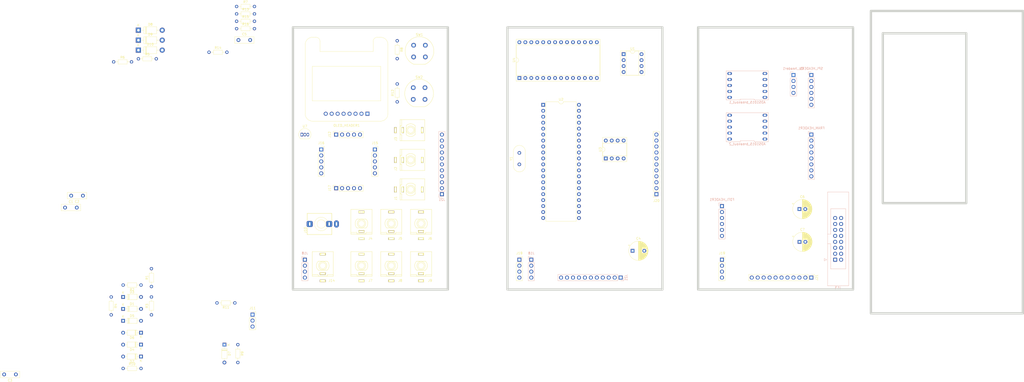
<source format=kicad_pcb>
(kicad_pcb (version 20171130) (host pcbnew "(5.1.6)-1")
  (layers (0 F.Cu signal) (31 B.Cu signal) (34 B.Paste user) (35 F.Paste user) (36 B.SilkS user) (37 F.SilkS user) (38 B.Mask user) (39 F.Mask user) (44 Edge.Cuts user))
  (net 0 "")
  (net 1 SID_D7)
  (net 2 SID_A2)
  (net 3 SID_D6)
  (net 4 SID_CLOCK)
  (net 5 SID_D5)
  (net 6 "Net-(U2-Pad18)")
  (net 7 SID_D4)
  (net 8 SID_A1)
  (net 9 SID_D3)
  (net 10 SID_A0)
  (net 11 SID_D2)
  (net 12 MIDI_TX)
  (net 13 SID_D1)
  (net 14 MIDI_RX)
  (net 15 SID_D0)
  (net 16 "Net-(C1-Pad2)")
  (net 17 +5V)
  (net 18 "Net-(C2-Pad1)")
  (net 19 GND)
  (net 20 BUTTON_A)
  (net 21 SPI_SCK)
  (net 22 SPI_MISO)
  (net 23 SPI_MOSI)
  (net 24 SPI_SS)
  (net 25 SID_A4)
  (net 26 SID_RESET)
  (net 27 i2c_SDA)
  (net 28 "Net-(U2-Pad3)")
  (net 29 i2c_SCL)
  (net 30 SID_CS)
  (net 31 SID_A3)
  (net 32 SID_RW)
  (net 33 INPUT_C)
  (net 34 INPUT_B)
  (net 35 INPUT_A)
  (net 36 INPUT_F)
  (net 37 INPUT_E)
  (net 38 INPUT_D)
  (net 39 3.3v)
  (net 40 "Net-(C3-Pad2)")
  (net 41 "Net-(D1-Pad2)")
  (net 42 "Net-(D3-Pad2)")
  (net 43 "Net-(D5-Pad2)")
  (net 44 Gate_1_IN)
  (net 45 Gate_2_IN)
  (net 46 Gate_3_IN)
  (net 47 SID_AUDIO_OUT)
  (net 48 "Net-(SW1-Pad2)")
  (net 49 "Net-(SW1-Pad1)")
  (net 50 -12V)
  (net 51 +12V)
  (net 52 "Net-(D7-Pad2)")
  (net 53 "Net-(D7-Pad1)")
  (net 54 "Net-(FDTI_HEADER1-Pad5)")
  (net 55 "Net-(FRAM_HEADER1-Pad6)")
  (net 56 "Net-(FRAM_HEADER1-Pad3)")
  (net 57 "Net-(FRAM_HEADER1-Pad2)")
  (net 58 "Net-(FRAM_HEADER1-Pad1)")
  (net 59 "Net-(J10-PadR)")
  (net 60 "Net-(R10-Pad2)")
  (net 61 MIDI_ATMEGA_RX)
  (net 62 "Net-(U1-Pad4)")
  (net 63 "Net-(U1-Pad1)")
  (net 64 "Net-(U4-Pad26)")
  (net 65 "Net-(U4-Pad24)")
  (net 66 "Net-(U4-Pad23)")
  (net 67 "Net-(U4-Pad4)")
  (net 68 "Net-(U4-Pad3)")
  (net 69 "Net-(U4-Pad2)")
  (net 70 "Net-(U4-Pad1)")
  (net 71 "Net-(J12-Pad5)")
  (net 72 "Net-(C3-Pad1)")
  (net 73 "Net-(ADS1015_breakout_1-Pad4)")
  (net 74 "Net-(ADS1015_breakout_2-Pad4)")
  (net 75 BUTTON_B)
  (net 76 "Net-(SW2-Pad2)")
  (net 77 "Net-(SW2-Pad1)")
  (net 78 "Net-(J15-Pad5)")
  (net 79 "Net-(J16-Pad5)")
  (net 80 "Net-(J17-Pad5)")
  (net 81 "Net-(C4-Pad2)")
  (net 82 "Net-(C5-Pad2)")
  (net 83 "Net-(D8-Pad2)")
  (net 84 "Net-(D8-Pad1)")
  (net 85 "Net-(D9-Pad2)")
  (net 86 "Net-(D9-Pad1)")
  (net 87 "Net-(D10-Pad2)")
  (net 88 "Net-(J13-Pad15)")
  (net 89 "Net-(J13-Pad13)")
  (net 90 JACK_OUT)
  (net 91 "Net-(R13-Pad1)")
  (net 92 "Net-(R13-Pad2)")
  (net 93 "Net-(U3-Pad4)")
  (module Connector_PinHeader_2.54mm:PinHeader_1x11_P2.54mm_Vertical (layer B.Cu) (at 289.56 132.08 90)
    (fp_text reference J21 (at 0 2.33 90) (layer B.SilkS) (effects (justify mirror)))
    (fp_text value Conn_01x11_Male)
    (pad 1 thru_hole rect (at 0 0 90) (size 1.7 1.7) (drill 1) (layers *.Cu *.Mask) (net 90 JACK_OUT))
    (pad 2 thru_hole oval (at 0 -2.54 90) (size 1.7 1.7) (drill 1) (layers *.Cu *.Mask) (net 44 Gate_1_IN))
    (pad 3 thru_hole oval (at 0 -5.08 90) (size 1.7 1.7) (drill 1) (layers *.Cu *.Mask) (net 45 Gate_2_IN))
    (pad 4 thru_hole oval (at 0 -7.62 90) (size 1.7 1.7) (drill 1) (layers *.Cu *.Mask) (net 46 Gate_3_IN))
    (pad 5 thru_hole oval (at 0 -10.16 90) (size 1.7 1.7) (drill 1) (layers *.Cu *.Mask) (net 35 INPUT_A))
    (pad 6 thru_hole oval (at 0 -12.7 90) (size 1.7 1.7) (drill 1) (layers *.Cu *.Mask) (net 34 INPUT_B))
    (pad 7 thru_hole oval (at 0 -15.24 90) (size 1.7 1.7) (drill 1) (layers *.Cu *.Mask) (net 33 INPUT_C))
    (pad 8 thru_hole oval (at 0 -17.78 90) (size 1.7 1.7) (drill 1) (layers *.Cu *.Mask) (net 38 INPUT_D))
    (pad 9 thru_hole oval (at 0 -20.32 90) (size 1.7 1.7) (drill 1) (layers *.Cu *.Mask) (net 37 INPUT_E))
    (pad 10 thru_hole oval (at 0 -22.86 90) (size 1.7 1.7) (drill 1) (layers *.Cu *.Mask) (net 36 INPUT_F))
    (pad 11 thru_hole oval (at 0 -25.4 90) (size 1.7 1.7) (drill 1) (layers *.Cu *.Mask) (net 19 GND))
  )
  (module Connector_PinHeader_2.54mm:PinHeader_1x11_P2.54mm_Vertical (layer F.Cu) (at 370.84 132.08 270)
    (fp_text reference J21 (at 0 -2.33 270) (layer F.SilkS))
    (fp_text value Conn_01x11_Male)
    (pad 1 thru_hole rect (at 0 0 270) (size 1.7 1.7) (drill 1) (layers *.Cu *.Mask) (net 90 JACK_OUT))
    (pad 2 thru_hole oval (at 0 2.54 270) (size 1.7 1.7) (drill 1) (layers *.Cu *.Mask) (net 44 Gate_1_IN))
    (pad 3 thru_hole oval (at 0 5.08 270) (size 1.7 1.7) (drill 1) (layers *.Cu *.Mask) (net 45 Gate_2_IN))
    (pad 4 thru_hole oval (at 0 7.62 270) (size 1.7 1.7) (drill 1) (layers *.Cu *.Mask) (net 46 Gate_3_IN))
    (pad 5 thru_hole oval (at 0 10.16 270) (size 1.7 1.7) (drill 1) (layers *.Cu *.Mask) (net 35 INPUT_A))
    (pad 6 thru_hole oval (at 0 12.7 270) (size 1.7 1.7) (drill 1) (layers *.Cu *.Mask) (net 34 INPUT_B))
    (pad 7 thru_hole oval (at 0 15.24 270) (size 1.7 1.7) (drill 1) (layers *.Cu *.Mask) (net 33 INPUT_C))
    (pad 8 thru_hole oval (at 0 17.78 270) (size 1.7 1.7) (drill 1) (layers *.Cu *.Mask) (net 38 INPUT_D))
    (pad 9 thru_hole oval (at 0 20.32 270) (size 1.7 1.7) (drill 1) (layers *.Cu *.Mask) (net 37 INPUT_E))
    (pad 10 thru_hole oval (at 0 22.86 270) (size 1.7 1.7) (drill 1) (layers *.Cu *.Mask) (net 36 INPUT_F))
    (pad 11 thru_hole oval (at 0 25.4 270) (size 1.7 1.7) (drill 1) (layers *.Cu *.Mask) (net 19 GND))
  )
  (module Connector_PinSocket_2.54mm:PinSocket_1x04_P2.54mm_Vertical (layer B.Cu) (at 251.46 124.46 180)
    (fp_text reference J18 (at 0 2.77) (layer B.SilkS) (effects (justify mirror)))
    (fp_text value i2c_header_2)
    (pad 1 thru_hole rect (at 0 0 180) (size 1.7 1.7) (drill 1) (layers *.Cu *.Mask) (net 27 i2c_SDA))
    (pad 2 thru_hole oval (at 0 -2.54 180) (size 1.7 1.7) (drill 1) (layers *.Cu *.Mask) (net 29 i2c_SCL))
    (pad 3 thru_hole oval (at 0 -5.08 180) (size 1.7 1.7) (drill 1) (layers *.Cu *.Mask) (net 19 GND))
    (pad 4 thru_hole oval (at 0 -7.62 180) (size 1.7 1.7) (drill 1) (layers *.Cu *.Mask) (net 17 +5V))
  )
  (module Connector_PinSocket_2.54mm:PinSocket_1x04_P2.54mm_Vertical (layer F.Cu) (at 332.74 124.46)
    (fp_text reference J19 (at 0 -2.77) (layer F.SilkS))
    (fp_text value i2c_header_2)
    (pad 1 thru_hole rect (at 0 0) (size 1.7 1.7) (drill 1) (layers *.Cu *.Mask) (net 27 i2c_SDA))
    (pad 2 thru_hole oval (at 0 2.54) (size 1.7 1.7) (drill 1) (layers *.Cu *.Mask) (net 29 i2c_SCL))
    (pad 3 thru_hole oval (at 0 5.08) (size 1.7 1.7) (drill 1) (layers *.Cu *.Mask) (net 19 GND))
    (pad 4 thru_hole oval (at 0 7.62) (size 1.7 1.7) (drill 1) (layers *.Cu *.Mask) (net 17 +5V))
  )
  (module Connector_PinHeader_2.54mm:PinHeader_1x11_P2.54mm_Vertical (layer B.Cu) (at 213.36 96.52)
    (fp_text reference J21 (at 0 2.33) (layer B.SilkS) (effects (justify mirror)))
    (fp_text value Conn_01x11_Male)
    (pad 11 thru_hole oval (at 0 -25.4) (size 1.7 1.7) (drill 1) (layers *.Cu *.Mask) (net 19 GND))
    (pad 10 thru_hole oval (at 0 -22.86) (size 1.7 1.7) (drill 1) (layers *.Cu *.Mask) (net 36 INPUT_F))
    (pad 9 thru_hole oval (at 0 -20.32) (size 1.7 1.7) (drill 1) (layers *.Cu *.Mask) (net 37 INPUT_E))
    (pad 8 thru_hole oval (at 0 -17.78) (size 1.7 1.7) (drill 1) (layers *.Cu *.Mask) (net 38 INPUT_D))
    (pad 7 thru_hole oval (at 0 -15.24) (size 1.7 1.7) (drill 1) (layers *.Cu *.Mask) (net 33 INPUT_C))
    (pad 6 thru_hole oval (at 0 -12.7) (size 1.7 1.7) (drill 1) (layers *.Cu *.Mask) (net 34 INPUT_B))
    (pad 5 thru_hole oval (at 0 -10.16) (size 1.7 1.7) (drill 1) (layers *.Cu *.Mask) (net 35 INPUT_A))
    (pad 4 thru_hole oval (at 0 -7.62) (size 1.7 1.7) (drill 1) (layers *.Cu *.Mask) (net 46 Gate_3_IN))
    (pad 3 thru_hole oval (at 0 -5.08) (size 1.7 1.7) (drill 1) (layers *.Cu *.Mask) (net 45 Gate_2_IN))
    (pad 2 thru_hole oval (at 0 -2.54) (size 1.7 1.7) (drill 1) (layers *.Cu *.Mask) (net 44 Gate_1_IN))
    (pad 1 thru_hole rect (at 0 0) (size 1.7 1.7) (drill 1) (layers *.Cu *.Mask) (net 90 JACK_OUT))
  )
  (module Connector_PinSocket_2.54mm:PinSocket_1x11_P2.54mm_Vertical (layer F.Cu) (at 304.8 96.52 180)
    (fp_text reference J20 (at 0 -2.77) (layer F.SilkS))
    (fp_text value Conn_01x11_Female)
    (pad 11 thru_hole oval (at 0 25.4 180) (size 1.7 1.7) (drill 1) (layers *.Cu *.Mask) (net 19 GND))
    (pad 10 thru_hole oval (at 0 22.86 180) (size 1.7 1.7) (drill 1) (layers *.Cu *.Mask) (net 36 INPUT_F))
    (pad 9 thru_hole oval (at 0 20.32 180) (size 1.7 1.7) (drill 1) (layers *.Cu *.Mask) (net 37 INPUT_E))
    (pad 8 thru_hole oval (at 0 17.78 180) (size 1.7 1.7) (drill 1) (layers *.Cu *.Mask) (net 38 INPUT_D))
    (pad 7 thru_hole oval (at 0 15.24 180) (size 1.7 1.7) (drill 1) (layers *.Cu *.Mask) (net 33 INPUT_C))
    (pad 6 thru_hole oval (at 0 12.7 180) (size 1.7 1.7) (drill 1) (layers *.Cu *.Mask) (net 34 INPUT_B))
    (pad 5 thru_hole oval (at 0 10.16 180) (size 1.7 1.7) (drill 1) (layers *.Cu *.Mask) (net 35 INPUT_A))
    (pad 4 thru_hole oval (at 0 7.62 180) (size 1.7 1.7) (drill 1) (layers *.Cu *.Mask) (net 46 Gate_3_IN))
    (pad 3 thru_hole oval (at 0 5.08 180) (size 1.7 1.7) (drill 1) (layers *.Cu *.Mask) (net 45 Gate_2_IN))
    (pad 2 thru_hole oval (at 0 2.54 180) (size 1.7 1.7) (drill 1) (layers *.Cu *.Mask) (net 44 Gate_1_IN))
    (pad 1 thru_hole rect (at 0 0 180) (size 1.7 1.7) (drill 1) (layers *.Cu *.Mask) (net 90 JACK_OUT))
  )
  (module Connector_IDC:IDC-Header_2x08_P2.54mm_Latch_Vertical (layer B.Cu) (at 381 124.46)
    (fp_text reference J13 (at 1.27 11.97) (layer B.SilkS) (effects (justify mirror)))
    (fp_text value "Euro power")
    (pad 16 thru_hole circle (at 2.54 -17.78) (size 1.7 1.7) (drill 1) (layers *.Cu *.Mask) (net 88 "Net-(J13-Pad15)"))
    (pad 14 thru_hole circle (at 2.54 -15.24) (size 1.7 1.7) (drill 1) (layers *.Cu *.Mask) (net 89 "Net-(J13-Pad13)"))
    (pad 12 thru_hole circle (at 2.54 -12.7) (size 1.7 1.7) (drill 1) (layers *.Cu *.Mask) (net 87 "Net-(D10-Pad2)"))
    (pad 10 thru_hole circle (at 2.54 -10.16) (size 1.7 1.7) (drill 1) (layers *.Cu *.Mask) (net 85 "Net-(D9-Pad2)"))
    (pad 8 thru_hole circle (at 2.54 -7.62) (size 1.7 1.7) (drill 1) (layers *.Cu *.Mask) (net 19 GND))
    (pad 6 thru_hole circle (at 2.54 -5.08) (size 1.7 1.7) (drill 1) (layers *.Cu *.Mask) (net 19 GND))
    (pad 4 thru_hole circle (at 2.54 -2.54) (size 1.7 1.7) (drill 1) (layers *.Cu *.Mask) (net 19 GND))
    (pad 2 thru_hole circle (at 2.54 0) (size 1.7 1.7) (drill 1) (layers *.Cu *.Mask) (net 84 "Net-(D8-Pad1)"))
    (pad 15 thru_hole circle (at 0 -17.78) (size 1.7 1.7) (drill 1) (layers *.Cu *.Mask) (net 88 "Net-(J13-Pad15)"))
    (pad 13 thru_hole circle (at 0 -15.24) (size 1.7 1.7) (drill 1) (layers *.Cu *.Mask) (net 89 "Net-(J13-Pad13)"))
    (pad 11 thru_hole circle (at 0 -12.7) (size 1.7 1.7) (drill 1) (layers *.Cu *.Mask) (net 87 "Net-(D10-Pad2)"))
    (pad 9 thru_hole circle (at 0 -10.16) (size 1.7 1.7) (drill 1) (layers *.Cu *.Mask) (net 85 "Net-(D9-Pad2)"))
    (pad 7 thru_hole circle (at 0 -7.62) (size 1.7 1.7) (drill 1) (layers *.Cu *.Mask) (net 19 GND))
    (pad 5 thru_hole circle (at 0 -5.08) (size 1.7 1.7) (drill 1) (layers *.Cu *.Mask) (net 19 GND))
    (pad 3 thru_hole circle (at 0 -2.54) (size 1.7 1.7) (drill 1) (layers *.Cu *.Mask) (net 19 GND))
    (pad 1 thru_hole roundrect (at 0 0) (size 1.7 1.7) (drill 1) (layers *.Cu *.Mask) (roundrect_rratio 0.147059) (net 84 "Net-(D8-Pad1)"))
  )
  (module Connector_PinSocket_2.54mm:PinSocket_1x03_P2.54mm_Vertical (layer F.Cu) (at 132.635001 147.875001)
    (fp_text reference J11 (at 0 -2.77) (layer F.SilkS))
    (fp_text value "MIDI IN Conn_01x03_Male")
    (pad 3 thru_hole oval (at 0 5.08) (size 1.7 1.7) (drill 1) (layers *.Cu *.Mask) (net 52 "Net-(D7-Pad2)"))
    (pad 2 thru_hole oval (at 0 2.54) (size 1.7 1.7) (drill 1) (layers *.Cu *.Mask) (net 59 "Net-(J10-PadR)"))
    (pad 1 thru_hole rect (at 0 0) (size 1.7 1.7) (drill 1) (layers *.Cu *.Mask) (net 19 GND))
  )
  (module Connector_PinSocket_2.54mm:PinSocket_1x04_P2.54mm_Vertical (layer F.Cu) (at 246.38 124.46)
    (fp_text reference J19 (at 0 -2.77) (layer F.SilkS))
    (fp_text value i2c_header_2)
    (pad 4 thru_hole oval (at 0 7.62) (size 1.7 1.7) (drill 1) (layers *.Cu *.Mask) (net 17 +5V))
    (pad 3 thru_hole oval (at 0 5.08) (size 1.7 1.7) (drill 1) (layers *.Cu *.Mask) (net 19 GND))
    (pad 2 thru_hole oval (at 0 2.54) (size 1.7 1.7) (drill 1) (layers *.Cu *.Mask) (net 29 i2c_SCL))
    (pad 1 thru_hole rect (at 0 0) (size 1.7 1.7) (drill 1) (layers *.Cu *.Mask) (net 27 i2c_SDA))
  )
  (module Connector_PinSocket_2.54mm:PinSocket_1x04_P2.54mm_Vertical (layer B.Cu) (at 154.94 124.46 180)
    (fp_text reference J18 (at 0 2.77) (layer B.SilkS) (effects (justify mirror)))
    (fp_text value i2c_header_2)
    (pad 4 thru_hole oval (at 0 -7.62 180) (size 1.7 1.7) (drill 1) (layers *.Cu *.Mask) (net 17 +5V))
    (pad 3 thru_hole oval (at 0 -5.08 180) (size 1.7 1.7) (drill 1) (layers *.Cu *.Mask) (net 19 GND))
    (pad 2 thru_hole oval (at 0 -2.54 180) (size 1.7 1.7) (drill 1) (layers *.Cu *.Mask) (net 29 i2c_SCL))
    (pad 1 thru_hole rect (at 0 0 180) (size 1.7 1.7) (drill 1) (layers *.Cu *.Mask) (net 27 i2c_SDA))
  )
  (module Capacitor_THT:C_Disc_D8.0mm_W2.5mm_P5.00mm (layer F.Cu) (at 126.63 30.81)
    (fp_text reference C5 (at 2.5 -2.5) (layer F.SilkS))
    (fp_text value 1nf)
    (pad 2 thru_hole circle (at 5 0) (size 1.6 1.6) (drill 0.8) (layers *.Cu *.Mask) (net 82 "Net-(C5-Pad2)"))
    (pad 1 thru_hole circle (at 0 0) (size 1.6 1.6) (drill 0.8) (layers *.Cu *.Mask) (net 19 GND))
  )
  (module Package_DIP:DIP-8_W7.62mm_Socket (layer F.Cu) (at 283.21 81.28 90)
    (fp_text reference U3 (at 3.81 -2.33 90) (layer F.SilkS))
    (fp_text value TL072)
    (pad 8 thru_hole oval (at 7.62 0 90) (size 1.6 1.6) (drill 0.8) (layers *.Cu *.Mask) (net 51 +12V))
    (pad 4 thru_hole oval (at 0 7.62 90) (size 1.6 1.6) (drill 0.8) (layers *.Cu *.Mask) (net 93 "Net-(U3-Pad4)"))
    (pad 7 thru_hole oval (at 7.62 2.54 90) (size 1.6 1.6) (drill 0.8) (layers *.Cu *.Mask) (net 90 JACK_OUT))
    (pad 3 thru_hole oval (at 0 5.08 90) (size 1.6 1.6) (drill 0.8) (layers *.Cu *.Mask) (net 81 "Net-(C4-Pad2)"))
    (pad 6 thru_hole oval (at 7.62 5.08 90) (size 1.6 1.6) (drill 0.8) (layers *.Cu *.Mask) (net 90 JACK_OUT))
    (pad 2 thru_hole oval (at 0 2.54 90) (size 1.6 1.6) (drill 0.8) (layers *.Cu *.Mask) (net 91 "Net-(R13-Pad1)"))
    (pad 5 thru_hole oval (at 7.62 7.62 90) (size 1.6 1.6) (drill 0.8) (layers *.Cu *.Mask) (net 82 "Net-(C5-Pad2)"))
    (pad 1 thru_hole rect (at 0 0 90) (size 1.6 1.6) (drill 0.8) (layers *.Cu *.Mask) (net 92 "Net-(R13-Pad2)"))
  )
  (module Capacitor_THT:CP_Radial_D8.0mm_P2.50mm (layer F.Cu) (at 365.8 116.84)
    (fp_text reference C7 (at 1.25 -5.25) (layer F.SilkS))
    (fp_text value CP)
    (pad 2 thru_hole circle (at 2.5 0) (size 1.6 1.6) (drill 0.8) (layers *.Cu *.Mask) (net 19 GND))
    (pad 1 thru_hole rect (at 0 0) (size 1.6 1.6) (drill 0.8) (layers *.Cu *.Mask) (net 51 +12V))
  )
  (module Capacitor_THT:CP_Radial_D8.0mm_P2.50mm (layer F.Cu) (at 365.76 102.87)
    (fp_text reference C6 (at 1.25 -5.25) (layer F.SilkS))
    (fp_text value CP)
    (pad 2 thru_hole circle (at 2.5 0) (size 1.6 1.6) (drill 0.8) (layers *.Cu *.Mask) (net 50 -12V))
    (pad 1 thru_hole rect (at 0 0) (size 1.6 1.6) (drill 0.8) (layers *.Cu *.Mask) (net 19 GND))
  )
  (module Capacitor_THT:CP_Radial_D8.0mm_P5.00mm (layer F.Cu) (at 294.64 120.65)
    (fp_text reference C4 (at 2.5 -5.25) (layer F.SilkS))
    (fp_text value 1uf)
    (pad 2 thru_hole circle (at 5 0) (size 1.6 1.6) (drill 0.8) (layers *.Cu *.Mask) (net 81 "Net-(C4-Pad2)"))
    (pad 1 thru_hole rect (at 0 0) (size 1.6 1.6) (drill 0.8) (layers *.Cu *.Mask) (net 47 SID_AUDIO_OUT))
  )
  (module Capacitor_THT:C_Disc_D8.0mm_W2.5mm_P5.00mm (layer F.Cu) (at 31.75 173.355 180)
    (fp_text reference C3 (at 2.5 -2.5) (layer F.SilkS))
    (fp_text value 0.1uf)
    (pad 2 thru_hole circle (at 5 0 180) (size 1.6 1.6) (drill 0.8) (layers *.Cu *.Mask) (net 40 "Net-(C3-Pad2)"))
    (pad 1 thru_hole circle (at 0 0 180) (size 1.6 1.6) (drill 0.8) (layers *.Cu *.Mask) (net 72 "Net-(C3-Pad1)"))
  )
  (module Capacitor_THT:C_Disc_D8.0mm_W2.5mm_P5.00mm (layer F.Cu) (at 60.325 97.155 180)
    (fp_text reference C2 (at 2.5 -2.5) (layer F.SilkS))
    (fp_text value 22pf)
    (pad 2 thru_hole circle (at 5 0 180) (size 1.6 1.6) (drill 0.8) (layers *.Cu *.Mask) (net 19 GND))
    (pad 1 thru_hole circle (at 0 0 180) (size 1.6 1.6) (drill 0.8) (layers *.Cu *.Mask) (net 18 "Net-(C2-Pad1)"))
  )
  (module Capacitor_THT:C_Disc_D8.0mm_W2.5mm_P5.00mm (layer F.Cu) (at 52.705 102.235)
    (fp_text reference C1 (at 2.5 -2.5) (layer F.SilkS))
    (fp_text value 22pf)
    (pad 2 thru_hole circle (at 5 0) (size 1.6 1.6) (drill 0.8) (layers *.Cu *.Mask) (net 16 "Net-(C1-Pad2)"))
    (pad 1 thru_hole circle (at 0 0) (size 1.6 1.6) (drill 0.8) (layers *.Cu *.Mask) (net 19 GND))
  )
  (module Resistor_THT:R_Axial_DIN0204_L3.6mm_D1.6mm_P7.62mm_Horizontal (layer F.Cu) (at 125.83 25.96)
    (fp_text reference R16 (at 3.81 -1.92) (layer F.SilkS))
    (fp_text value 22)
    (pad 2 thru_hole oval (at 7.62 0) (size 1.4 1.4) (drill 0.7) (layers *.Cu *.Mask) (net 51 +12V))
    (pad 1 thru_hole circle (at 0 0) (size 1.4 1.4) (drill 0.7) (layers *.Cu *.Mask) (net 86 "Net-(D9-Pad1)"))
  )
  (module Resistor_THT:R_Axial_DIN0204_L3.6mm_D1.6mm_P7.62mm_Horizontal (layer F.Cu) (at 125.83 22.81)
    (fp_text reference R15 (at 3.81 -1.92) (layer F.SilkS))
    (fp_text value 22)
    (pad 2 thru_hole oval (at 7.62 0) (size 1.4 1.4) (drill 0.7) (layers *.Cu *.Mask) (net 50 -12V))
    (pad 1 thru_hole circle (at 0 0) (size 1.4 1.4) (drill 0.7) (layers *.Cu *.Mask) (net 83 "Net-(D8-Pad2)"))
  )
  (module Resistor_THT:R_Axial_DIN0204_L3.6mm_D1.6mm_P7.62mm_Horizontal (layer F.Cu) (at 114.08 36.01)
    (fp_text reference R14 (at 3.81 -1.92) (layer F.SilkS))
    (fp_text value 10k)
    (pad 2 thru_hole oval (at 7.62 0) (size 1.4 1.4) (drill 0.7) (layers *.Cu *.Mask) (net 82 "Net-(C5-Pad2)"))
    (pad 1 thru_hole circle (at 0 0) (size 1.4 1.4) (drill 0.7) (layers *.Cu *.Mask) (net 92 "Net-(R13-Pad2)"))
  )
  (module Resistor_THT:R_Axial_DIN0204_L3.6mm_D1.6mm_P7.62mm_Horizontal (layer F.Cu) (at 125.83 19.66)
    (fp_text reference R13 (at 3.81 -1.92) (layer F.SilkS))
    (fp_text value 220k)
    (pad 2 thru_hole oval (at 7.62 0) (size 1.4 1.4) (drill 0.7) (layers *.Cu *.Mask) (net 92 "Net-(R13-Pad2)"))
    (pad 1 thru_hole circle (at 0 0) (size 1.4 1.4) (drill 0.7) (layers *.Cu *.Mask) (net 91 "Net-(R13-Pad1)"))
  )
  (module Resistor_THT:R_Axial_DIN0204_L3.6mm_D1.6mm_P7.62mm_Horizontal (layer F.Cu) (at 125.83 16.51)
    (fp_text reference R7 (at 3.81 -1.92) (layer F.SilkS))
    (fp_text value 100k)
    (pad 2 thru_hole oval (at 7.62 0) (size 1.4 1.4) (drill 0.7) (layers *.Cu *.Mask) (net 19 GND))
    (pad 1 thru_hole circle (at 0 0) (size 1.4 1.4) (drill 0.7) (layers *.Cu *.Mask) (net 81 "Net-(C4-Pad2)"))
  )
  (module Resistor_THT:R_Axial_DIN0204_L3.6mm_D1.6mm_P7.62mm_Horizontal (layer F.Cu) (at 73.42 40.11)
    (fp_text reference R6 (at 3.81 -1.92) (layer F.SilkS))
    (fp_text value 10k)
    (pad 2 thru_hole oval (at 7.62 0) (size 1.4 1.4) (drill 0.7) (layers *.Cu *.Mask) (net 91 "Net-(R13-Pad1)"))
    (pad 1 thru_hole circle (at 0 0) (size 1.4 1.4) (drill 0.7) (layers *.Cu *.Mask) (net 19 GND))
  )
  (module Resistor_THT:R_Axial_DIN0204_L3.6mm_D1.6mm_P7.62mm_Horizontal (layer F.Cu) (at 83.99 38.81)
    (fp_text reference R5 (at 3.81 -1.92) (layer F.SilkS))
    (fp_text value 10k)
    (pad 2 thru_hole oval (at 7.62 0) (size 1.4 1.4) (drill 0.7) (layers *.Cu *.Mask) (net 47 SID_AUDIO_OUT))
    (pad 1 thru_hole circle (at 0 0) (size 1.4 1.4) (drill 0.7) (layers *.Cu *.Mask) (net 19 GND))
  )
  (module footprints:thonkiconn_fuzzySi (layer F.Cu) (at 162.56 127)
    (fp_text reference J14 (at 3.81 6.35) (layer F.SilkS))
    (fp_text value "Audio Out Jack" hide)
    (pad 1 thru_hole rect (at 0 6.48) (size 2.5 1) (drill oval 1.5 0.5) (layers *.Cu *.Mask F.SilkS) (net 19 GND))
    (pad 2 thru_hole rect (at 0 3.38) (size 2.5 1) (drill oval 1.5 0.5) (layers *.Cu *.Mask F.SilkS) (net 19 GND))
    (pad 3 thru_hole rect (at 0 -4.92) (size 2.5 1) (drill oval 1.5 0.5) (layers *.Cu *.Mask F.SilkS) (net 90 JACK_OUT))
  )
  (module Diode_THT:D_DO-41_SOD81_P10.16mm_Horizontal (layer F.Cu) (at 83.97 35.11)
    (fp_text reference D10 (at 5.08 -2.47) (layer F.SilkS))
    (fp_text value 1N5817)
    (fp_text user K (at 0 -2.1) (layer F.SilkS))
    (pad 2 thru_hole oval (at 10.16 0) (size 2.2 2.2) (drill 1.1) (layers *.Cu *.Mask) (net 87 "Net-(D10-Pad2)"))
    (pad 1 thru_hole rect (at 0 0) (size 2.2 2.2) (drill 1.1) (layers *.Cu *.Mask) (net 17 +5V))
  )
  (module Diode_THT:D_DO-41_SOD81_P10.16mm_Horizontal (layer F.Cu) (at 83.97 30.86)
    (fp_text reference D9 (at 5.08 -2.47) (layer F.SilkS))
    (fp_text value 1N5817)
    (fp_text user K (at 0 -2.1) (layer F.SilkS))
    (pad 2 thru_hole oval (at 10.16 0) (size 2.2 2.2) (drill 1.1) (layers *.Cu *.Mask) (net 85 "Net-(D9-Pad2)"))
    (pad 1 thru_hole rect (at 0 0) (size 2.2 2.2) (drill 1.1) (layers *.Cu *.Mask) (net 86 "Net-(D9-Pad1)"))
  )
  (module Diode_THT:D_DO-41_SOD81_P10.16mm_Horizontal (layer F.Cu) (at 83.97 26.61)
    (fp_text reference D8 (at 5.08 -2.47) (layer F.SilkS))
    (fp_text value 1N5817)
    (fp_text user K (at 0 -2.1) (layer F.SilkS))
    (pad 2 thru_hole oval (at 10.16 0) (size 2.2 2.2) (drill 1.1) (layers *.Cu *.Mask) (net 83 "Net-(D8-Pad2)"))
    (pad 1 thru_hole rect (at 0 0) (size 2.2 2.2) (drill 1.1) (layers *.Cu *.Mask) (net 84 "Net-(D8-Pad1)"))
  )
  (module Connector_PinSocket_2.54mm:PinSocket_1x05_P2.54mm_Vertical (layer F.Cu) (at 161.925 77.47)
    (fp_text reference J16 (at 0 -2.77) (layer F.SilkS))
    (fp_text value "i2c encoder")
    (pad 5 thru_hole oval (at 0 10.16) (size 1.7 1.7) (drill 1) (layers *.Cu *.Mask) (net 79 "Net-(J16-Pad5)"))
    (pad 4 thru_hole oval (at 0 7.62) (size 1.7 1.7) (drill 1) (layers *.Cu *.Mask) (net 29 i2c_SCL))
    (pad 3 thru_hole oval (at 0 5.08) (size 1.7 1.7) (drill 1) (layers *.Cu *.Mask) (net 27 i2c_SDA))
    (pad 2 thru_hole oval (at 0 2.54) (size 1.7 1.7) (drill 1) (layers *.Cu *.Mask) (net 17 +5V))
    (pad 1 thru_hole rect (at 0 0) (size 1.7 1.7) (drill 1) (layers *.Cu *.Mask) (net 19 GND))
  )
  (module footprints:thonkiconn_fuzzySi (layer F.Cu) (at 204.47 109.0295)
    (fp_text reference J6 (at 3.81 6.35) (layer F.SilkS))
    (fp_text value Input_Jack_C hide)
    (pad 1 thru_hole rect (at 0 6.48) (size 2.5 1) (drill oval 1.5 0.5) (layers *.Cu *.Mask F.SilkS) (net 19 GND))
    (pad 2 thru_hole rect (at 0 3.38) (size 2.5 1) (drill oval 1.5 0.5) (layers *.Cu *.Mask F.SilkS) (net 19 GND))
    (pad 3 thru_hole rect (at 0 -4.92) (size 2.5 1) (drill oval 1.5 0.5) (layers *.Cu *.Mask F.SilkS) (net 33 INPUT_C))
  )
  (module footprints:thonkiconn_fuzzySi (layer F.Cu) (at 191.77 109.0295)
    (fp_text reference J5 (at 3.81 6.35) (layer F.SilkS))
    (fp_text value Input_Jack_B hide)
    (pad 1 thru_hole rect (at 0 6.48) (size 2.5 1) (drill oval 1.5 0.5) (layers *.Cu *.Mask F.SilkS) (net 19 GND))
    (pad 2 thru_hole rect (at 0 3.38) (size 2.5 1) (drill oval 1.5 0.5) (layers *.Cu *.Mask F.SilkS) (net 19 GND))
    (pad 3 thru_hole rect (at 0 -4.92) (size 2.5 1) (drill oval 1.5 0.5) (layers *.Cu *.Mask F.SilkS) (net 34 INPUT_B))
  )
  (module "my footprints:ADS1015_breakout" (layer B.Cu) (at 343.535 50.165 90)
    (fp_text reference ADS1015_breakout_1 (at -7.18 0 180) (layer B.SilkS) (effects (justify mirror)))
    (fp_text value ADS1015_breakout)
    (pad 10 thru_hole oval (at -5.08 7.52 90) (size 1.2 2) (drill 0.8) (layers *.Cu *.Mask) (net 19 GND))
    (pad 1 thru_hole oval (at -5.08 -7.52 90) (size 1.2 2) (drill 0.8) (layers *.Cu *.Mask) (net 17 +5V))
    (pad 9 thru_hole oval (at -2.54 7.52 90) (size 1.2 2) (drill 0.8) (layers *.Cu *.Mask) (net 33 INPUT_C))
    (pad 2 thru_hole oval (at -2.54 -7.52 90) (size 1.2 2) (drill 0.8) (layers *.Cu *.Mask) (net 27 i2c_SDA))
    (pad 8 thru_hole oval (at 0 7.52 90) (size 1.2 2) (drill 0.8) (layers *.Cu *.Mask) (net 34 INPUT_B))
    (pad 3 thru_hole oval (at 0 -7.52 90) (size 1.2 2) (drill 0.8) (layers *.Cu *.Mask) (net 29 i2c_SCL))
    (pad 7 thru_hole oval (at 2.54 7.52 90) (size 1.2 2) (drill 0.8) (layers *.Cu *.Mask) (net 35 INPUT_A))
    (pad 4 thru_hole oval (at 2.54 -7.52 90) (size 1.2 2) (drill 0.8) (layers *.Cu *.Mask) (net 73 "Net-(ADS1015_breakout_1-Pad4)"))
    (pad 6 thru_hole oval (at 5.08 7.52 90) (size 1.2 2) (drill 0.8) (layers *.Cu *.Mask) (net 17 +5V))
    (pad 5 thru_hole oval (at 5.08 -7.52 90) (size 1.2 2) (drill 0.8) (layers *.Cu *.Mask) (net 19 GND))
  )
  (module "my footprints:ADS1015_breakout" (layer B.Cu) (at 343.535 67.945 90)
    (fp_text reference ADS1015_breakout_2 (at -7.18 0) (layer B.SilkS) (effects (justify mirror)))
    (fp_text value ADS1015_breakout_2)
    (pad 6 thru_hole oval (at -5.08 7.52 90) (size 1.2 2) (drill 0.8) (layers *.Cu *.Mask) (net 17 +5V))
    (pad 1 thru_hole oval (at -5.08 -7.52 90) (size 1.2 2) (drill 0.8) (layers *.Cu *.Mask) (net 17 +5V))
    (pad 7 thru_hole oval (at -2.54 7.52 90) (size 1.2 2) (drill 0.8) (layers *.Cu *.Mask) (net 36 INPUT_F))
    (pad 2 thru_hole oval (at -2.54 -7.52 90) (size 1.2 2) (drill 0.8) (layers *.Cu *.Mask) (net 27 i2c_SDA))
    (pad 8 thru_hole oval (at 0 7.52 90) (size 1.2 2) (drill 0.8) (layers *.Cu *.Mask) (net 37 INPUT_E))
    (pad 3 thru_hole oval (at 0 -7.52 90) (size 1.2 2) (drill 0.8) (layers *.Cu *.Mask) (net 29 i2c_SCL))
    (pad 9 thru_hole oval (at 2.54 7.52 90) (size 1.2 2) (drill 0.8) (layers *.Cu *.Mask) (net 38 INPUT_D))
    (pad 4 thru_hole oval (at 2.54 -7.52 90) (size 1.2 2) (drill 0.8) (layers *.Cu *.Mask) (net 74 "Net-(ADS1015_breakout_2-Pad4)"))
    (pad 10 thru_hole oval (at 5.08 7.52 90) (size 1.2 2) (drill 0.8) (layers *.Cu *.Mask) (net 19 GND))
    (pad 5 thru_hole oval (at 5.08 -7.52 90) (size 1.2 2) (drill 0.8) (layers *.Cu *.Mask) (net 19 GND))
  )
  (module Package_DIP:DIP-40_W15.24mm (layer F.Cu) (at 256.54 58.42)
    (fp_text reference U2 (at 7.62 -2.33) (layer F.SilkS))
    (fp_text value ATmega1284-PU)
    (pad 40 thru_hole oval (at 15.24 0) (size 1.6 1.6) (drill 0.8) (layers *.Cu *.Mask) (net 1 SID_D7))
    (pad 20 thru_hole oval (at 0 48.26) (size 1.6 1.6) (drill 0.8) (layers *.Cu *.Mask) (net 2 SID_A2))
    (pad 39 thru_hole oval (at 15.24 2.54) (size 1.6 1.6) (drill 0.8) (layers *.Cu *.Mask) (net 3 SID_D6))
    (pad 19 thru_hole oval (at 0 45.72) (size 1.6 1.6) (drill 0.8) (layers *.Cu *.Mask) (net 4 SID_CLOCK))
    (pad 38 thru_hole oval (at 15.24 5.08) (size 1.6 1.6) (drill 0.8) (layers *.Cu *.Mask) (net 5 SID_D5))
    (pad 18 thru_hole oval (at 0 43.18) (size 1.6 1.6) (drill 0.8) (layers *.Cu *.Mask) (net 6 "Net-(U2-Pad18)"))
    (pad 37 thru_hole oval (at 15.24 7.62) (size 1.6 1.6) (drill 0.8) (layers *.Cu *.Mask) (net 7 SID_D4))
    (pad 17 thru_hole oval (at 0 40.64) (size 1.6 1.6) (drill 0.8) (layers *.Cu *.Mask) (net 8 SID_A1))
    (pad 36 thru_hole oval (at 15.24 10.16) (size 1.6 1.6) (drill 0.8) (layers *.Cu *.Mask) (net 9 SID_D3))
    (pad 16 thru_hole oval (at 0 38.1) (size 1.6 1.6) (drill 0.8) (layers *.Cu *.Mask) (net 10 SID_A0))
    (pad 35 thru_hole oval (at 15.24 12.7) (size 1.6 1.6) (drill 0.8) (layers *.Cu *.Mask) (net 11 SID_D2))
    (pad 15 thru_hole oval (at 0 35.56) (size 1.6 1.6) (drill 0.8) (layers *.Cu *.Mask) (net 12 MIDI_TX))
    (pad 34 thru_hole oval (at 15.24 15.24) (size 1.6 1.6) (drill 0.8) (layers *.Cu *.Mask) (net 13 SID_D1))
    (pad 14 thru_hole oval (at 0 33.02) (size 1.6 1.6) (drill 0.8) (layers *.Cu *.Mask) (net 61 MIDI_ATMEGA_RX))
    (pad 33 thru_hole oval (at 15.24 17.78) (size 1.6 1.6) (drill 0.8) (layers *.Cu *.Mask) (net 15 SID_D0))
    (pad 13 thru_hole oval (at 0 30.48) (size 1.6 1.6) (drill 0.8) (layers *.Cu *.Mask) (net 16 "Net-(C1-Pad2)"))
    (pad 32 thru_hole oval (at 15.24 20.32) (size 1.6 1.6) (drill 0.8) (layers *.Cu *.Mask) (net 17 +5V))
    (pad 12 thru_hole oval (at 0 27.94) (size 1.6 1.6) (drill 0.8) (layers *.Cu *.Mask) (net 18 "Net-(C2-Pad1)"))
    (pad 31 thru_hole oval (at 15.24 22.86) (size 1.6 1.6) (drill 0.8) (layers *.Cu *.Mask) (net 19 GND))
    (pad 11 thru_hole oval (at 0 25.4) (size 1.6 1.6) (drill 0.8) (layers *.Cu *.Mask) (net 19 GND))
    (pad 30 thru_hole oval (at 15.24 25.4) (size 1.6 1.6) (drill 0.8) (layers *.Cu *.Mask) (net 17 +5V))
    (pad 10 thru_hole oval (at 0 22.86) (size 1.6 1.6) (drill 0.8) (layers *.Cu *.Mask) (net 17 +5V))
    (pad 29 thru_hole oval (at 15.24 27.94) (size 1.6 1.6) (drill 0.8) (layers *.Cu *.Mask) (net 20 BUTTON_A))
    (pad 9 thru_hole oval (at 0 20.32) (size 1.6 1.6) (drill 0.8) (layers *.Cu *.Mask) (net 72 "Net-(C3-Pad1)"))
    (pad 28 thru_hole oval (at 15.24 30.48) (size 1.6 1.6) (drill 0.8) (layers *.Cu *.Mask) (net 75 BUTTON_B))
    (pad 8 thru_hole oval (at 0 17.78) (size 1.6 1.6) (drill 0.8) (layers *.Cu *.Mask) (net 21 SPI_SCK))
    (pad 27 thru_hole oval (at 15.24 33.02) (size 1.6 1.6) (drill 0.8) (layers *.Cu *.Mask) (net 46 Gate_3_IN))
    (pad 7 thru_hole oval (at 0 15.24) (size 1.6 1.6) (drill 0.8) (layers *.Cu *.Mask) (net 22 SPI_MISO))
    (pad 26 thru_hole oval (at 15.24 35.56) (size 1.6 1.6) (drill 0.8) (layers *.Cu *.Mask) (net 45 Gate_2_IN))
    (pad 6 thru_hole oval (at 0 12.7) (size 1.6 1.6) (drill 0.8) (layers *.Cu *.Mask) (net 23 SPI_MOSI))
    (pad 25 thru_hole oval (at 15.24 38.1) (size 1.6 1.6) (drill 0.8) (layers *.Cu *.Mask) (net 44 Gate_1_IN))
    (pad 5 thru_hole oval (at 0 10.16) (size 1.6 1.6) (drill 0.8) (layers *.Cu *.Mask) (net 24 SPI_SS))
    (pad 24 thru_hole oval (at 15.24 40.64) (size 1.6 1.6) (drill 0.8) (layers *.Cu *.Mask) (net 25 SID_A4))
    (pad 4 thru_hole oval (at 0 7.62) (size 1.6 1.6) (drill 0.8) (layers *.Cu *.Mask) (net 26 SID_RESET))
    (pad 23 thru_hole oval (at 15.24 43.18) (size 1.6 1.6) (drill 0.8) (layers *.Cu *.Mask) (net 27 i2c_SDA))
    (pad 3 thru_hole oval (at 0 5.08) (size 1.6 1.6) (drill 0.8) (layers *.Cu *.Mask) (net 28 "Net-(U2-Pad3)"))
    (pad 22 thru_hole oval (at 15.24 45.72) (size 1.6 1.6) (drill 0.8) (layers *.Cu *.Mask) (net 29 i2c_SCL))
    (pad 2 thru_hole oval (at 0 2.54) (size 1.6 1.6) (drill 0.8) (layers *.Cu *.Mask) (net 30 SID_CS))
    (pad 21 thru_hole oval (at 15.24 48.26) (size 1.6 1.6) (drill 0.8) (layers *.Cu *.Mask) (net 31 SID_A3))
    (pad 1 thru_hole rect (at 0 0) (size 1.6 1.6) (drill 0.8) (layers *.Cu *.Mask) (net 32 SID_RW))
  )
  (module footprints:thonkiconn_fuzzySi (layer F.Cu) (at 179.07 109.0295)
    (fp_text reference J4 (at 3.81 6.35) (layer F.SilkS))
    (fp_text value Input_Jack_A hide)
    (pad 1 thru_hole rect (at 0 6.48) (size 2.5 1) (drill oval 1.5 0.5) (layers *.Cu *.Mask F.SilkS) (net 19 GND))
    (pad 2 thru_hole rect (at 0 3.38) (size 2.5 1) (drill oval 1.5 0.5) (layers *.Cu *.Mask F.SilkS) (net 19 GND))
    (pad 3 thru_hole rect (at 0 -4.92) (size 2.5 1) (drill oval 1.5 0.5) (layers *.Cu *.Mask F.SilkS) (net 35 INPUT_A))
  )
  (module Connector_PinSocket_2.54mm:PinSocket_1x05_P2.54mm_Vertical (layer F.Cu) (at 168.275 93.98 90)
    (fp_text reference J17 (at 0 -2.77 90) (layer F.SilkS))
    (fp_text value "i2c encoder")
    (pad 5 thru_hole oval (at 0 10.16 90) (size 1.7 1.7) (drill 1) (layers *.Cu *.Mask) (net 80 "Net-(J17-Pad5)"))
    (pad 4 thru_hole oval (at 0 7.62 90) (size 1.7 1.7) (drill 1) (layers *.Cu *.Mask) (net 29 i2c_SCL))
    (pad 3 thru_hole oval (at 0 5.08 90) (size 1.7 1.7) (drill 1) (layers *.Cu *.Mask) (net 27 i2c_SDA))
    (pad 2 thru_hole oval (at 0 2.54 90) (size 1.7 1.7) (drill 1) (layers *.Cu *.Mask) (net 17 +5V))
    (pad 1 thru_hole rect (at 0 0 90) (size 1.7 1.7) (drill 1) (layers *.Cu *.Mask) (net 19 GND))
  )
  (module Connector_PinSocket_2.54mm:PinSocket_1x05_P2.54mm_Vertical (layer F.Cu) (at 184.785 77.47)
    (fp_text reference J15 (at 0 -2.77) (layer F.SilkS))
    (fp_text value "i2c encoder")
    (pad 5 thru_hole oval (at 0 10.16) (size 1.7 1.7) (drill 1) (layers *.Cu *.Mask) (net 78 "Net-(J15-Pad5)"))
    (pad 4 thru_hole oval (at 0 7.62) (size 1.7 1.7) (drill 1) (layers *.Cu *.Mask) (net 29 i2c_SCL))
    (pad 3 thru_hole oval (at 0 5.08) (size 1.7 1.7) (drill 1) (layers *.Cu *.Mask) (net 27 i2c_SDA))
    (pad 2 thru_hole oval (at 0 2.54) (size 1.7 1.7) (drill 1) (layers *.Cu *.Mask) (net 17 +5V))
    (pad 1 thru_hole rect (at 0 0) (size 1.7 1.7) (drill 1) (layers *.Cu *.Mask) (net 19 GND))
  )
  (module Connector_PinSocket_2.54mm:PinSocket_1x08_P2.54mm_Vertical (layer B.Cu) (at 370.84 71.12 180)
    (fp_text reference FRAM_HEADER1 (at 0 2.77 180) (layer B.SilkS) (effects (justify mirror)))
    (fp_text value FRAM_Breakout_i2c_01x08)
    (pad 8 thru_hole oval (at 0 -17.78 180) (size 1.7 1.7) (drill 1) (layers *.Cu *.Mask) (net 17 +5V))
    (pad 7 thru_hole oval (at 0 -15.24 180) (size 1.7 1.7) (drill 1) (layers *.Cu *.Mask) (net 19 GND))
    (pad 6 thru_hole oval (at 0 -12.7 180) (size 1.7 1.7) (drill 1) (layers *.Cu *.Mask) (net 55 "Net-(FRAM_HEADER1-Pad6)"))
    (pad 5 thru_hole oval (at 0 -10.16 180) (size 1.7 1.7) (drill 1) (layers *.Cu *.Mask) (net 29 i2c_SCL))
    (pad 4 thru_hole oval (at 0 -7.62 180) (size 1.7 1.7) (drill 1) (layers *.Cu *.Mask) (net 27 i2c_SDA))
    (pad 3 thru_hole oval (at 0 -5.08 180) (size 1.7 1.7) (drill 1) (layers *.Cu *.Mask) (net 56 "Net-(FRAM_HEADER1-Pad3)"))
    (pad 2 thru_hole oval (at 0 -2.54 180) (size 1.7 1.7) (drill 1) (layers *.Cu *.Mask) (net 57 "Net-(FRAM_HEADER1-Pad2)"))
    (pad 1 thru_hole rect (at 0 0 180) (size 1.7 1.7) (drill 1) (layers *.Cu *.Mask) (net 58 "Net-(FRAM_HEADER1-Pad1)"))
  )
  (module Button_Switch_THT:Push_E-Switch_KS01Q01 (layer F.Cu) (at 201.142515 51.112515)
    (fp_text reference SW2 (at 2.5 -4.5) (layer F.SilkS))
    (fp_text value SW_Push_Dual)
    (pad 3 thru_hole circle (at 0 5) (size 2 2) (drill 1.1) (layers *.Cu *.Mask) (net 75 BUTTON_B))
    (pad 4 thru_hole circle (at 5 5) (size 2 2) (drill 1.1) (layers *.Cu *.Mask) (net 19 GND))
    (pad 2 thru_hole circle (at 5 0) (size 2 2) (drill 1.1) (layers *.Cu *.Mask) (net 76 "Net-(SW2-Pad2)"))
    (pad 1 thru_hole circle (at 0 0) (size 2 2) (drill 1.1) (layers *.Cu *.Mask) (net 77 "Net-(SW2-Pad1)"))
  )
  (module Resistor_THT:R_Axial_DIN0204_L3.6mm_D1.6mm_P7.62mm_Horizontal (layer F.Cu) (at 194.31 57.15 90)
    (fp_text reference R12 (at 3.81 -1.92 90) (layer F.SilkS))
    (fp_text value R)
    (pad 2 thru_hole oval (at 7.62 0 90) (size 1.4 1.4) (drill 0.7) (layers *.Cu *.Mask) (net 17 +5V))
    (pad 1 thru_hole circle (at 0 0 90) (size 1.4 1.4) (drill 0.7) (layers *.Cu *.Mask) (net 75 BUTTON_B))
  )
  (module Display:Adafruit_SSD1306 (layer F.Cu) (at 181.61 62.23 180)
    (fp_text reference OLED_HEADER1 (at 8.89 -5) (layer F.SilkS))
    (fp_text value SSD1306_i2c_Oled_Conn)
    (pad 8 thru_hole circle (at 17.78 0 180) (size 1.7 1.7) (drill 1) (layers *.Cu *.Mask))
    (pad 7 thru_hole circle (at 15.24 0 180) (size 1.7 1.7) (drill 1) (layers *.Cu *.Mask))
    (pad 6 thru_hole circle (at 12.7 0 180) (size 1.7 1.7) (drill 1) (layers *.Cu *.Mask))
    (pad 5 thru_hole circle (at 10.16 0 180) (size 1.7 1.7) (drill 1) (layers *.Cu *.Mask))
    (pad 4 thru_hole circle (at 7.62 0 180) (size 1.7 1.7) (drill 1) (layers *.Cu *.Mask) (net 27 i2c_SDA))
    (pad 3 thru_hole circle (at 5.08 0 180) (size 1.7 1.7) (drill 1) (layers *.Cu *.Mask) (net 29 i2c_SCL))
    (pad 2 thru_hole circle (at 2.54 0 180) (size 1.7 1.7) (drill 1) (layers *.Cu *.Mask) (net 19 GND))
    (pad 1 thru_hole rect (at 0 0 180) (size 1.7 1.7) (drill 1) (layers *.Cu *.Mask) (net 39 3.3v))
    (pad "" np_thru_hole circle (at 23.368 0 180) (size 2.7 2.7) (drill 2.7) (layers *.Cu *.Mask))
    (pad "" np_thru_hole circle (at -5.588 29.464 180) (size 2.7 2.7) (drill 2.7) (layers *.Cu *.Mask))
    (pad "" np_thru_hole circle (at 23.368 29.464 180) (size 2.7 2.7) (drill 2.7) (layers *.Cu *.Mask))
    (pad "" np_thru_hole circle (at -5.588 0 180) (size 2.7 2.7) (drill 2.7) (layers *.Cu *.Mask))
  )
  (module Crystal:Crystal_HC18-U_Vertical (layer F.Cu) (at 246.38 83.82 90)
    (fp_text reference Y1 (at 2.45 -3.525 90) (layer F.SilkS))
    (fp_text value Crystal)
    (pad 2 thru_hole circle (at 4.9 0 90) (size 1.5 1.5) (drill 0.8) (layers *.Cu *.Mask) (net 16 "Net-(C1-Pad2)"))
    (pad 1 thru_hole circle (at 0 0 90) (size 1.5 1.5) (drill 0.8) (layers *.Cu *.Mask) (net 18 "Net-(C2-Pad1)"))
  )
  (module Resistor_THT:R_Axial_DIN0204_L3.6mm_D1.6mm_P7.62mm_Horizontal (layer F.Cu) (at 125.095 142.875 180)
    (fp_text reference R11 (at 3.81 -1.92) (layer F.SilkS))
    (fp_text value 220R)
    (pad 2 thru_hole oval (at 7.62 0 180) (size 1.4 1.4) (drill 0.7) (layers *.Cu *.Mask) (net 17 +5V))
    (pad 1 thru_hole circle (at 0 0 180) (size 1.4 1.4) (drill 0.7) (layers *.Cu *.Mask) (net 61 MIDI_ATMEGA_RX))
  )
  (module Resistor_THT:R_Axial_DIN0204_L3.6mm_D1.6mm_P7.62mm_Horizontal (layer F.Cu) (at 77.47 170.815)
    (fp_text reference R10 (at 3.81 -1.92) (layer F.SilkS))
    (fp_text value 4.7K)
    (pad 2 thru_hole oval (at 7.62 0) (size 1.4 1.4) (drill 0.7) (layers *.Cu *.Mask) (net 60 "Net-(R10-Pad2)"))
    (pad 1 thru_hole circle (at 0 0) (size 1.4 1.4) (drill 0.7) (layers *.Cu *.Mask) (net 19 GND))
  )
  (module Resistor_THT:R_Axial_DIN0204_L3.6mm_D1.6mm_P7.62mm_Horizontal (layer F.Cu) (at 126.365 160.655 270)
    (fp_text reference R9 (at 3.81 -1.92 90) (layer F.SilkS))
    (fp_text value 220R)
    (pad 2 thru_hole oval (at 7.62 0 270) (size 1.4 1.4) (drill 0.7) (layers *.Cu *.Mask) (net 59 "Net-(J10-PadR)"))
    (pad 1 thru_hole circle (at 0 0 270) (size 1.4 1.4) (drill 0.7) (layers *.Cu *.Mask) (net 53 "Net-(D7-Pad1)"))
  )
  (module Resistor_THT:R_Axial_DIN0204_L3.6mm_D1.6mm_P7.62mm_Horizontal (layer F.Cu) (at 194.31 31.115 270)
    (fp_text reference R8 (at 3.81 -1.92 90) (layer F.SilkS))
    (fp_text value R)
    (pad 2 thru_hole oval (at 7.62 0 270) (size 1.4 1.4) (drill 0.7) (layers *.Cu *.Mask) (net 17 +5V))
    (pad 1 thru_hole circle (at 0 0 270) (size 1.4 1.4) (drill 0.7) (layers *.Cu *.Mask) (net 20 BUTTON_A))
  )
  (module Resistor_THT:R_Axial_DIN0204_L3.6mm_D1.6mm_P7.62mm_Horizontal (layer F.Cu) (at 72.39 140.335 270)
    (fp_text reference R4 (at 3.81 -1.92 90) (layer F.SilkS))
    (fp_text value 10k)
    (pad 2 thru_hole oval (at 7.62 0 270) (size 1.4 1.4) (drill 0.7) (layers *.Cu *.Mask) (net 72 "Net-(C3-Pad1)"))
    (pad 1 thru_hole circle (at 0 0 270) (size 1.4 1.4) (drill 0.7) (layers *.Cu *.Mask) (net 17 +5V))
  )
  (module Resistor_THT:R_Axial_DIN0204_L3.6mm_D1.6mm_P7.62mm_Horizontal (layer F.Cu) (at 89.535 147.955 90)
    (fp_text reference R3 (at 3.81 -1.92 90) (layer F.SilkS))
    (fp_text value 10k)
    (pad 2 thru_hole oval (at 7.62 0 90) (size 1.4 1.4) (drill 0.7) (layers *.Cu *.Mask) (net 46 Gate_3_IN))
    (pad 1 thru_hole circle (at 0 0 90) (size 1.4 1.4) (drill 0.7) (layers *.Cu *.Mask) (net 43 "Net-(D5-Pad2)"))
  )
  (module Resistor_THT:R_Axial_DIN0204_L3.6mm_D1.6mm_P7.62mm_Horizontal (layer F.Cu) (at 85.09 135.255 180)
    (fp_text reference R2 (at 3.81 -1.92) (layer F.SilkS))
    (fp_text value 10k)
    (pad 2 thru_hole oval (at 7.62 0 180) (size 1.4 1.4) (drill 0.7) (layers *.Cu *.Mask) (net 45 Gate_2_IN))
    (pad 1 thru_hole circle (at 0 0 180) (size 1.4 1.4) (drill 0.7) (layers *.Cu *.Mask) (net 42 "Net-(D3-Pad2)"))
  )
  (module Resistor_THT:R_Axial_DIN0204_L3.6mm_D1.6mm_P7.62mm_Horizontal (layer F.Cu) (at 89.535 135.89 90)
    (fp_text reference R1 (at 3.81 -1.92 90) (layer F.SilkS))
    (fp_text value 10k)
    (pad 2 thru_hole oval (at 7.62 0 90) (size 1.4 1.4) (drill 0.7) (layers *.Cu *.Mask) (net 44 Gate_1_IN))
    (pad 1 thru_hole circle (at 0 0 90) (size 1.4 1.4) (drill 0.7) (layers *.Cu *.Mask) (net 41 "Net-(D1-Pad2)"))
  )
  (module Connector_PinSocket_2.54mm:PinSocket_1x05_P2.54mm_Vertical (layer F.Cu) (at 168.275 71.12 90)
    (fp_text reference J12 (at 0 -2.77 90) (layer F.SilkS))
    (fp_text value "i2c encoder")
    (pad 5 thru_hole oval (at 0 10.16 90) (size 1.7 1.7) (drill 1) (layers *.Cu *.Mask) (net 71 "Net-(J12-Pad5)"))
    (pad 4 thru_hole oval (at 0 7.62 90) (size 1.7 1.7) (drill 1) (layers *.Cu *.Mask) (net 29 i2c_SCL))
    (pad 3 thru_hole oval (at 0 5.08 90) (size 1.7 1.7) (drill 1) (layers *.Cu *.Mask) (net 27 i2c_SDA))
    (pad 2 thru_hole oval (at 0 2.54 90) (size 1.7 1.7) (drill 1) (layers *.Cu *.Mask) (net 17 +5V))
    (pad 1 thru_hole rect (at 0 0 90) (size 1.7 1.7) (drill 1) (layers *.Cu *.Mask) (net 19 GND))
  )
  (module Package_DIP:DIP-8_W7.62mm_Socket (layer F.Cu) (at 290.83 36.83)
    (fp_text reference U1 (at 3.81 -2.33) (layer F.SilkS))
    (fp_text value 6N138)
    (pad 1 thru_hole rect (at 0 0) (size 1.6 1.6) (drill 0.8) (layers *.Cu *.Mask) (net 63 "Net-(U1-Pad1)"))
    (pad 5 thru_hole oval (at 7.62 7.62) (size 1.6 1.6) (drill 0.8) (layers *.Cu *.Mask) (net 19 GND))
    (pad 2 thru_hole oval (at 0 2.54) (size 1.6 1.6) (drill 0.8) (layers *.Cu *.Mask) (net 53 "Net-(D7-Pad1)"))
    (pad 6 thru_hole oval (at 7.62 5.08) (size 1.6 1.6) (drill 0.8) (layers *.Cu *.Mask) (net 61 MIDI_ATMEGA_RX))
    (pad 3 thru_hole oval (at 0 5.08) (size 1.6 1.6) (drill 0.8) (layers *.Cu *.Mask) (net 52 "Net-(D7-Pad2)"))
    (pad 7 thru_hole oval (at 7.62 2.54) (size 1.6 1.6) (drill 0.8) (layers *.Cu *.Mask) (net 60 "Net-(R10-Pad2)"))
    (pad 4 thru_hole oval (at 0 7.62) (size 1.6 1.6) (drill 0.8) (layers *.Cu *.Mask) (net 62 "Net-(U1-Pad4)"))
    (pad 8 thru_hole oval (at 7.62 0) (size 1.6 1.6) (drill 0.8) (layers *.Cu *.Mask) (net 17 +5V))
  )
  (module Package_DIP:DIP-28_W15.24mm_Socket (layer F.Cu) (at 246.38 46.99 90)
    (fp_text reference U4 (at 7.62 -2.33 90) (layer F.SilkS))
    (fp_text value MOS6581_6582_8580SID)
    (pad 28 thru_hole oval (at 15.24 0 90) (size 1.6 1.6) (drill 0.8) (layers *.Cu *.Mask) (net 17 +5V))
    (pad 14 thru_hole oval (at 0 33.02 90) (size 1.6 1.6) (drill 0.8) (layers *.Cu *.Mask) (net 19 GND))
    (pad 27 thru_hole oval (at 15.24 2.54 90) (size 1.6 1.6) (drill 0.8) (layers *.Cu *.Mask) (net 47 SID_AUDIO_OUT))
    (pad 13 thru_hole oval (at 0 30.48 90) (size 1.6 1.6) (drill 0.8) (layers *.Cu *.Mask) (net 25 SID_A4))
    (pad 26 thru_hole oval (at 15.24 5.08 90) (size 1.6 1.6) (drill 0.8) (layers *.Cu *.Mask) (net 64 "Net-(U4-Pad26)"))
    (pad 12 thru_hole oval (at 0 27.94 90) (size 1.6 1.6) (drill 0.8) (layers *.Cu *.Mask) (net 31 SID_A3))
    (pad 25 thru_hole oval (at 15.24 7.62 90) (size 1.6 1.6) (drill 0.8) (layers *.Cu *.Mask) (net 17 +5V))
    (pad 11 thru_hole oval (at 0 25.4 90) (size 1.6 1.6) (drill 0.8) (layers *.Cu *.Mask) (net 2 SID_A2))
    (pad 24 thru_hole oval (at 15.24 10.16 90) (size 1.6 1.6) (drill 0.8) (layers *.Cu *.Mask) (net 65 "Net-(U4-Pad24)"))
    (pad 10 thru_hole oval (at 0 22.86 90) (size 1.6 1.6) (drill 0.8) (layers *.Cu *.Mask) (net 8 SID_A1))
    (pad 23 thru_hole oval (at 15.24 12.7 90) (size 1.6 1.6) (drill 0.8) (layers *.Cu *.Mask) (net 66 "Net-(U4-Pad23)"))
    (pad 9 thru_hole oval (at 0 20.32 90) (size 1.6 1.6) (drill 0.8) (layers *.Cu *.Mask) (net 10 SID_A0))
    (pad 22 thru_hole oval (at 15.24 15.24 90) (size 1.6 1.6) (drill 0.8) (layers *.Cu *.Mask) (net 1 SID_D7))
    (pad 8 thru_hole oval (at 0 17.78 90) (size 1.6 1.6) (drill 0.8) (layers *.Cu *.Mask) (net 30 SID_CS))
    (pad 21 thru_hole oval (at 15.24 17.78 90) (size 1.6 1.6) (drill 0.8) (layers *.Cu *.Mask) (net 3 SID_D6))
    (pad 7 thru_hole oval (at 0 15.24 90) (size 1.6 1.6) (drill 0.8) (layers *.Cu *.Mask) (net 32 SID_RW))
    (pad 20 thru_hole oval (at 15.24 20.32 90) (size 1.6 1.6) (drill 0.8) (layers *.Cu *.Mask) (net 5 SID_D5))
    (pad 6 thru_hole oval (at 0 12.7 90) (size 1.6 1.6) (drill 0.8) (layers *.Cu *.Mask) (net 4 SID_CLOCK))
    (pad 19 thru_hole oval (at 15.24 22.86 90) (size 1.6 1.6) (drill 0.8) (layers *.Cu *.Mask) (net 7 SID_D4))
    (pad 5 thru_hole oval (at 0 10.16 90) (size 1.6 1.6) (drill 0.8) (layers *.Cu *.Mask) (net 26 SID_RESET))
    (pad 18 thru_hole oval (at 15.24 25.4 90) (size 1.6 1.6) (drill 0.8) (layers *.Cu *.Mask) (net 9 SID_D3))
    (pad 4 thru_hole oval (at 0 7.62 90) (size 1.6 1.6) (drill 0.8) (layers *.Cu *.Mask) (net 67 "Net-(U4-Pad4)"))
    (pad 17 thru_hole oval (at 15.24 27.94 90) (size 1.6 1.6) (drill 0.8) (layers *.Cu *.Mask) (net 11 SID_D2))
    (pad 3 thru_hole oval (at 0 5.08 90) (size 1.6 1.6) (drill 0.8) (layers *.Cu *.Mask) (net 68 "Net-(U4-Pad3)"))
    (pad 16 thru_hole oval (at 15.24 30.48 90) (size 1.6 1.6) (drill 0.8) (layers *.Cu *.Mask) (net 13 SID_D1))
    (pad 2 thru_hole oval (at 0 2.54 90) (size 1.6 1.6) (drill 0.8) (layers *.Cu *.Mask) (net 69 "Net-(U4-Pad2)"))
    (pad 15 thru_hole oval (at 15.24 33.02 90) (size 1.6 1.6) (drill 0.8) (layers *.Cu *.Mask) (net 15 SID_D0))
    (pad 1 thru_hole rect (at 0 0 90) (size 1.6 1.6) (drill 0.8) (layers *.Cu *.Mask) (net 70 "Net-(U4-Pad1)"))
  )
  (module Connector_PinSocket_2.54mm:PinSocket_1x06_P2.54mm_Vertical (layer B.Cu) (at 370.84 45.72 180)
    (fp_text reference SPI_HEADER1 (at 0 2.77) (layer B.SilkS) (effects (justify mirror)))
    (fp_text value Conn_01x06_Female)
    (pad 6 thru_hole oval (at 0 -12.7 180) (size 1.7 1.7) (drill 1) (layers *.Cu *.Mask) (net 24 SPI_SS))
    (pad 5 thru_hole oval (at 0 -10.16 180) (size 1.7 1.7) (drill 1) (layers *.Cu *.Mask) (net 23 SPI_MOSI))
    (pad 4 thru_hole oval (at 0 -7.62 180) (size 1.7 1.7) (drill 1) (layers *.Cu *.Mask) (net 22 SPI_MISO))
    (pad 3 thru_hole oval (at 0 -5.08 180) (size 1.7 1.7) (drill 1) (layers *.Cu *.Mask) (net 21 SPI_SCK))
    (pad 2 thru_hole oval (at 0 -2.54 180) (size 1.7 1.7) (drill 1) (layers *.Cu *.Mask) (net 19 GND))
    (pad 1 thru_hole rect (at 0 0 180) (size 1.7 1.7) (drill 1) (layers *.Cu *.Mask) (net 17 +5V))
  )
  (module AudioJacks:Jack_3.5mm_QingPu_WQP-PJ366ST_Vertical (layer F.Cu) (at 161.925 109.22 90)
    (fp_text reference J10 (at -2.6 -6.8 90) (layer F.SilkS))
    (fp_text value "Stereo jack - MiDI TRS")
    (pad T thru_hole roundrect (at 0 -4.92 90) (size 2.6 2.6) (drill oval 1.6 0.6) (layers *.Cu *.Mask) (net 52 "Net-(D7-Pad2)"))
    (pad S thru_hole oval (at 0 6.48 90) (size 3.1 2.1) (drill oval 1.6 0.6) (layers *.Cu *.Mask) (net 19 GND))
    (pad R thru_hole roundrect (at 0 3.38 90) (size 2.6 2.6) (drill oval 1.6 0.6) (layers *.Cu *.Mask) (net 59 "Net-(J10-PadR)"))
  )
  (module Connector_PinSocket_2.54mm:PinSocket_1x04_P2.54mm_Vertical (layer B.Cu) (at 363.22 45.72 180)
    (fp_text reference i2c_header1 (at 0 2.77 180) (layer B.SilkS) (effects (justify mirror)))
    (fp_text value i2c_spare)
    (pad 4 thru_hole oval (at 0 -7.62 180) (size 1.7 1.7) (drill 1) (layers *.Cu *.Mask) (net 27 i2c_SDA))
    (pad 3 thru_hole oval (at 0 -5.08 180) (size 1.7 1.7) (drill 1) (layers *.Cu *.Mask) (net 29 i2c_SCL))
    (pad 2 thru_hole oval (at 0 -2.54 180) (size 1.7 1.7) (drill 1) (layers *.Cu *.Mask) (net 19 GND))
    (pad 1 thru_hole rect (at 0 0 180) (size 1.7 1.7) (drill 1) (layers *.Cu *.Mask) (net 17 +5V))
  )
  (module Connector_PinSocket_2.54mm:PinSocket_1x06_P2.54mm_Vertical (layer B.Cu) (at 332.74 101.6 180)
    (fp_text reference FDTI_HEADER1 (at 0 2.77) (layer B.SilkS) (effects (justify mirror)))
    (fp_text value Conn_01x06_Female)
    (pad 6 thru_hole oval (at 0 -12.7 180) (size 1.7 1.7) (drill 1) (layers *.Cu *.Mask) (net 19 GND))
    (pad 5 thru_hole oval (at 0 -10.16 180) (size 1.7 1.7) (drill 1) (layers *.Cu *.Mask) (net 54 "Net-(FDTI_HEADER1-Pad5)"))
    (pad 4 thru_hole oval (at 0 -7.62 180) (size 1.7 1.7) (drill 1) (layers *.Cu *.Mask) (net 17 +5V))
    (pad 3 thru_hole oval (at 0 -5.08 180) (size 1.7 1.7) (drill 1) (layers *.Cu *.Mask) (net 14 MIDI_RX))
    (pad 2 thru_hole oval (at 0 -2.54 180) (size 1.7 1.7) (drill 1) (layers *.Cu *.Mask) (net 12 MIDI_TX))
    (pad 1 thru_hole rect (at 0 0 180) (size 1.7 1.7) (drill 1) (layers *.Cu *.Mask) (net 40 "Net-(C3-Pad2)"))
  )
  (module Diode_THT:D_DO-35_SOD27_P7.62mm_Horizontal (layer F.Cu) (at 120.65 160.655 270)
    (fp_text reference D7 (at 3.81 -2.12 90) (layer F.SilkS))
    (fp_text value 1N4148)
    (fp_text user K (at 0 -1.8 90) (layer F.SilkS))
    (pad 2 thru_hole oval (at 7.62 0 270) (size 1.6 1.6) (drill 0.8) (layers *.Cu *.Mask) (net 52 "Net-(D7-Pad2)"))
    (pad 1 thru_hole rect (at 0 0 270) (size 1.6 1.6) (drill 0.8) (layers *.Cu *.Mask) (net 53 "Net-(D7-Pad1)"))
  )
  (module Button_Switch_THT:Push_E-Switch_KS01Q01 (layer F.Cu) (at 201.295 33.02)
    (fp_text reference SW1 (at 2.5 -4.5) (layer F.SilkS))
    (fp_text value SW_Push_Dual)
    (pad 3 thru_hole circle (at 0 5) (size 2 2) (drill 1.1) (layers *.Cu *.Mask) (net 20 BUTTON_A))
    (pad 4 thru_hole circle (at 5 5) (size 2 2) (drill 1.1) (layers *.Cu *.Mask) (net 19 GND))
    (pad 2 thru_hole circle (at 5 0) (size 2 2) (drill 1.1) (layers *.Cu *.Mask) (net 48 "Net-(SW1-Pad2)"))
    (pad 1 thru_hole circle (at 0 0) (size 2 2) (drill 1.1) (layers *.Cu *.Mask) (net 49 "Net-(SW1-Pad1)"))
  )
  (module footprints:thonkiconn_fuzzySi (layer F.Cu) (at 204.47 127)
    (fp_text reference J9 (at 3.81 6.35) (layer F.SilkS))
    (fp_text value Input_Jack_F hide)
    (pad 1 thru_hole rect (at 0 6.48) (size 2.5 1) (drill oval 1.5 0.5) (layers *.Cu *.Mask F.SilkS) (net 19 GND))
    (pad 2 thru_hole rect (at 0 3.38) (size 2.5 1) (drill oval 1.5 0.5) (layers *.Cu *.Mask F.SilkS) (net 19 GND))
    (pad 3 thru_hole rect (at 0 -4.92) (size 2.5 1) (drill oval 1.5 0.5) (layers *.Cu *.Mask F.SilkS) (net 36 INPUT_F))
  )
  (module footprints:thonkiconn_fuzzySi (layer F.Cu) (at 191.77 127)
    (fp_text reference J8 (at 3.81 6.35) (layer F.SilkS))
    (fp_text value Input_Jack_E hide)
    (pad 1 thru_hole rect (at 0 6.48) (size 2.5 1) (drill oval 1.5 0.5) (layers *.Cu *.Mask F.SilkS) (net 19 GND))
    (pad 2 thru_hole rect (at 0 3.38) (size 2.5 1) (drill oval 1.5 0.5) (layers *.Cu *.Mask F.SilkS) (net 19 GND))
    (pad 3 thru_hole rect (at 0 -4.92) (size 2.5 1) (drill oval 1.5 0.5) (layers *.Cu *.Mask F.SilkS) (net 37 INPUT_E))
  )
  (module footprints:thonkiconn_fuzzySi (layer F.Cu) (at 179.07 127)
    (fp_text reference J7 (at 3.81 6.35) (layer F.SilkS))
    (fp_text value Input_Jack_D hide)
    (pad 1 thru_hole rect (at 0 6.48) (size 2.5 1) (drill oval 1.5 0.5) (layers *.Cu *.Mask F.SilkS) (net 19 GND))
    (pad 2 thru_hole rect (at 0 3.38) (size 2.5 1) (drill oval 1.5 0.5) (layers *.Cu *.Mask F.SilkS) (net 19 GND))
    (pad 3 thru_hole rect (at 0 -4.92) (size 2.5 1) (drill oval 1.5 0.5) (layers *.Cu *.Mask F.SilkS) (net 38 INPUT_D))
  )
  (module footprints:thonkiconn_fuzzySi (layer F.Cu) (at 200.025 69.215 270)
    (fp_text reference J3 (at 3.81 6.35 90) (layer F.SilkS))
    (fp_text value "Gate 3 In" hide)
    (pad 1 thru_hole rect (at 0 6.48 270) (size 2.5 1) (drill oval 1.5 0.5) (layers *.Cu *.Mask F.SilkS) (net 19 GND))
    (pad 2 thru_hole rect (at 0 3.38 270) (size 2.5 1) (drill oval 1.5 0.5) (layers *.Cu *.Mask F.SilkS) (net 19 GND))
    (pad 3 thru_hole rect (at 0 -4.92 270) (size 2.5 1) (drill oval 1.5 0.5) (layers *.Cu *.Mask F.SilkS) (net 43 "Net-(D5-Pad2)"))
  )
  (module footprints:thonkiconn_fuzzySi (layer F.Cu) (at 200.025 81.915 270)
    (fp_text reference J2 (at 3.81 6.35 90) (layer F.SilkS))
    (fp_text value "Gate 2 In" hide)
    (pad 1 thru_hole rect (at 0 6.48 270) (size 2.5 1) (drill oval 1.5 0.5) (layers *.Cu *.Mask F.SilkS) (net 19 GND))
    (pad 2 thru_hole rect (at 0 3.38 270) (size 2.5 1) (drill oval 1.5 0.5) (layers *.Cu *.Mask F.SilkS) (net 19 GND))
    (pad 3 thru_hole rect (at 0 -4.92 270) (size 2.5 1) (drill oval 1.5 0.5) (layers *.Cu *.Mask F.SilkS) (net 42 "Net-(D3-Pad2)"))
  )
  (module footprints:thonkiconn_fuzzySi (layer F.Cu) (at 200.025 94.488 270)
    (fp_text reference J1 (at 3.81 6.35 90) (layer F.SilkS))
    (fp_text value "Gate 1 In" hide)
    (pad 1 thru_hole rect (at 0 6.48 270) (size 2.5 1) (drill oval 1.5 0.5) (layers *.Cu *.Mask F.SilkS) (net 19 GND))
    (pad 2 thru_hole rect (at 0 3.38 270) (size 2.5 1) (drill oval 1.5 0.5) (layers *.Cu *.Mask F.SilkS) (net 19 GND))
    (pad 3 thru_hole rect (at 0 -4.92 270) (size 2.5 1) (drill oval 1.5 0.5) (layers *.Cu *.Mask F.SilkS) (net 41 "Net-(D1-Pad2)"))
  )
  (module Diode_THT:D_DO-35_SOD27_P7.62mm_Horizontal (layer F.Cu) (at 85.09 155.575 180)
    (fp_text reference D6 (at 3.81 -2.12) (layer F.SilkS))
    (fp_text value D_Schottky)
    (fp_text user K (at 0 -1.8) (layer F.SilkS))
    (pad 2 thru_hole oval (at 7.62 0 180) (size 1.6 1.6) (drill 0.8) (layers *.Cu *.Mask) (net 19 GND))
    (pad 1 thru_hole rect (at 0 0 180) (size 1.6 1.6) (drill 0.8) (layers *.Cu *.Mask) (net 43 "Net-(D5-Pad2)"))
  )
  (module Diode_THT:D_DO-35_SOD27_P7.62mm_Horizontal (layer F.Cu) (at 77.47 150.495)
    (fp_text reference D5 (at 3.81 -2.12) (layer F.SilkS))
    (fp_text value D_Schottky)
    (fp_text user K (at 0 -1.8) (layer F.SilkS))
    (pad 2 thru_hole oval (at 7.62 0) (size 1.6 1.6) (drill 0.8) (layers *.Cu *.Mask) (net 43 "Net-(D5-Pad2)"))
    (pad 1 thru_hole rect (at 0 0) (size 1.6 1.6) (drill 0.8) (layers *.Cu *.Mask) (net 17 +5V))
  )
  (module Diode_THT:D_DO-35_SOD27_P7.62mm_Horizontal (layer F.Cu) (at 85.09 160.655 180)
    (fp_text reference D4 (at 3.81 -2.12) (layer F.SilkS))
    (fp_text value D_Schottky)
    (fp_text user K (at 0 -1.8) (layer F.SilkS))
    (pad 2 thru_hole oval (at 7.62 0 180) (size 1.6 1.6) (drill 0.8) (layers *.Cu *.Mask) (net 19 GND))
    (pad 1 thru_hole rect (at 0 0 180) (size 1.6 1.6) (drill 0.8) (layers *.Cu *.Mask) (net 42 "Net-(D3-Pad2)"))
  )
  (module Diode_THT:D_DO-35_SOD27_P7.62mm_Horizontal (layer F.Cu) (at 77.47 140.335)
    (fp_text reference D3 (at 3.81 -2.12) (layer F.SilkS))
    (fp_text value D_Schottky)
    (fp_text user K (at 0 -1.8) (layer F.SilkS))
    (pad 2 thru_hole oval (at 7.62 0) (size 1.6 1.6) (drill 0.8) (layers *.Cu *.Mask) (net 42 "Net-(D3-Pad2)"))
    (pad 1 thru_hole rect (at 0 0) (size 1.6 1.6) (drill 0.8) (layers *.Cu *.Mask) (net 17 +5V))
  )
  (module Diode_THT:D_DO-35_SOD27_P7.62mm_Horizontal (layer F.Cu) (at 85.09 165.735 180)
    (fp_text reference D2 (at 3.81 -2.12) (layer F.SilkS))
    (fp_text value D_Schottky)
    (fp_text user K (at 0 -1.8) (layer F.SilkS))
    (pad 2 thru_hole oval (at 7.62 0 180) (size 1.6 1.6) (drill 0.8) (layers *.Cu *.Mask) (net 19 GND))
    (pad 1 thru_hole rect (at 0 0 180) (size 1.6 1.6) (drill 0.8) (layers *.Cu *.Mask) (net 41 "Net-(D1-Pad2)"))
  )
  (module Diode_THT:D_DO-35_SOD27_P7.62mm_Horizontal (layer F.Cu) (at 77.47 145.415)
    (fp_text reference D1 (at 3.81 -2.12) (layer F.SilkS))
    (fp_text value D_Schottky)
    (fp_text user K (at 0 -1.8) (layer F.SilkS))
    (pad 2 thru_hole oval (at 7.62 0) (size 1.6 1.6) (drill 0.8) (layers *.Cu *.Mask) (net 41 "Net-(D1-Pad2)"))
    (pad 1 thru_hole rect (at 0 0) (size 1.6 1.6) (drill 0.8) (layers *.Cu *.Mask) (net 17 +5V))
  )
  (module Package_TO_SOT_THT:TO-92_Inline (layer F.Cu) (at 153.67 71.12)
    (fp_text reference U7 (at 1.27 -3.56) (layer F.SilkS))
    (fp_text value L78L33_TO92)
    (pad 1 thru_hole rect (at 0 0) (size 1.05 1.5) (drill 0.75) (layers *.Cu *.Mask) (net 39 3.3v))
    (pad 3 thru_hole oval (at 2.54 0) (size 1.05 1.5) (drill 0.75) (layers *.Cu *.Mask) (net 17 +5V))
    (pad 2 thru_hole oval (at 1.27 0) (size 1.05 1.5) (drill 0.75) (layers *.Cu *.Mask) (net 19 GND))
  )
  (gr_poly (pts (xy 436.88 100.33) (xy 401.32 100.33) (xy 401.32 27.94) (xy 436.88 27.94)) (layer Edge.Cuts) (width 1))
  (gr_poly (pts (xy 388.62 137.16) (xy 322.58 137.16) (xy 322.58 25.4) (xy 388.62 25.4)) (layer Edge.Cuts) (width 1))
  (gr_poly (pts (xy 215.9 137.16) (xy 149.86 137.16) (xy 149.86 25.4) (xy 215.9 25.4)) (layer Edge.Cuts) (width 1))
  (gr_poly (pts (xy 461.01 147.32) (xy 396.24 147.32) (xy 396.24 18.415) (xy 461.01 18.415)) (layer Edge.Cuts) (width 1))
  (gr_poly (pts (xy 307.34 137.16) (xy 241.3 137.16) (xy 241.3 25.4) (xy 307.34 25.4)) (layer Edge.Cuts) (width 1))
)
</source>
